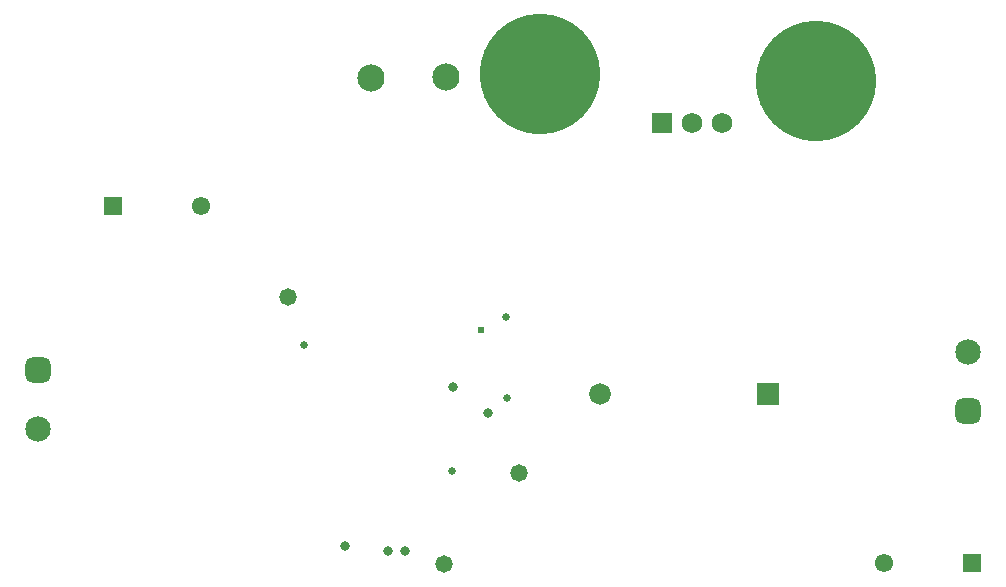
<source format=gbs>
G04*
G04 #@! TF.GenerationSoftware,Altium Limited,Altium Designer,24.10.1 (45)*
G04*
G04 Layer_Color=16711935*
%FSLAX44Y44*%
%MOMM*%
G71*
G04*
G04 #@! TF.SameCoordinates,4BA20A26-6699-4CC0-9CF9-A882EA70ABF6*
G04*
G04*
G04 #@! TF.FilePolarity,Negative*
G04*
G01*
G75*
%ADD28C,2.1532*%
G04:AMPARAMS|DCode=29|XSize=2.1532mm|YSize=2.1532mm|CornerRadius=0.5891mm|HoleSize=0mm|Usage=FLASHONLY|Rotation=270.000|XOffset=0mm|YOffset=0mm|HoleType=Round|Shape=RoundedRectangle|*
%AMROUNDEDRECTD29*
21,1,2.1532,0.9750,0,0,270.0*
21,1,0.9750,2.1532,0,0,270.0*
1,1,1.1782,-0.4875,-0.4875*
1,1,1.1782,-0.4875,0.4875*
1,1,1.1782,0.4875,0.4875*
1,1,1.1782,0.4875,-0.4875*
%
%ADD29ROUNDEDRECTD29*%
%ADD30C,10.2032*%
%ADD31R,1.5500X1.5500*%
%ADD32C,1.5500*%
%ADD33C,2.3032*%
%ADD34R,1.8288X1.8288*%
%ADD35C,1.8288*%
%ADD36C,1.4732*%
%ADD37R,1.7532X1.7532*%
%ADD38C,1.7532*%
%ADD39C,0.8382*%
%ADD54C,0.6604*%
%ADD55C,0.6096*%
D28*
X71080Y242970D02*
D03*
X858560Y308210D02*
D03*
D29*
X71080Y292970D02*
D03*
X858560Y258210D02*
D03*
D30*
X496570Y543560D02*
D03*
X730250Y537210D02*
D03*
D31*
X134550Y431800D02*
D03*
X862330Y129540D02*
D03*
D32*
X209550Y431800D02*
D03*
X787330Y129540D02*
D03*
D33*
X416560Y541020D02*
D03*
X353060Y539750D02*
D03*
D34*
X689610Y272288D02*
D03*
D35*
X547370D02*
D03*
D36*
X415290Y128270D02*
D03*
X478790Y205740D02*
D03*
X283210Y354330D02*
D03*
D37*
X599440Y501650D02*
D03*
D38*
X624840D02*
D03*
X650240D02*
D03*
D39*
X452374Y256794D02*
D03*
X422910Y278130D02*
D03*
X330708Y144145D02*
D03*
X367538Y139446D02*
D03*
X381508D02*
D03*
D54*
X468630Y269240D02*
D03*
X421386Y207264D02*
D03*
X296164Y314222D02*
D03*
X467360Y337820D02*
D03*
D55*
X446532Y326390D02*
D03*
M02*

</source>
